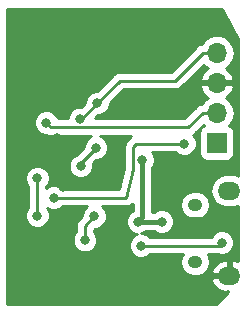
<source format=gbl>
G04 #@! TF.GenerationSoftware,KiCad,Pcbnew,5.0.2+dfsg1-1*
G04 #@! TF.CreationDate,2019-03-31T19:45:05+02:00*
G04 #@! TF.ProjectId,gj-adapter,676a2d61-6461-4707-9465-722e6b696361,rev?*
G04 #@! TF.SameCoordinates,Original*
G04 #@! TF.FileFunction,Copper,L2,Bot*
G04 #@! TF.FilePolarity,Positive*
%FSLAX46Y46*%
G04 Gerber Fmt 4.6, Leading zero omitted, Abs format (unit mm)*
G04 Created by KiCad (PCBNEW 5.0.2+dfsg1-1) date dom 31 mar 2019 19:45:05 CEST*
%MOMM*%
%LPD*%
G01*
G04 APERTURE LIST*
G04 #@! TA.AperFunction,ComponentPad*
%ADD10O,1.250000X1.050000*%
G04 #@! TD*
G04 #@! TA.AperFunction,ComponentPad*
%ADD11O,1.900000X1.524000*%
G04 #@! TD*
G04 #@! TA.AperFunction,ComponentPad*
%ADD12R,1.700000X1.700000*%
G04 #@! TD*
G04 #@! TA.AperFunction,ComponentPad*
%ADD13O,1.700000X1.700000*%
G04 #@! TD*
G04 #@! TA.AperFunction,ViaPad*
%ADD14C,0.800000*%
G04 #@! TD*
G04 #@! TA.AperFunction,Conductor*
%ADD15C,0.250000*%
G04 #@! TD*
G04 #@! TA.AperFunction,Conductor*
%ADD16C,0.400000*%
G04 #@! TD*
G04 #@! TA.AperFunction,Conductor*
%ADD17C,0.254000*%
G04 #@! TD*
G04 APERTURE END LIST*
D10*
G04 #@! TO.P,J3,8*
G04 #@! TO.N,N/C*
X133879000Y-81261000D03*
G04 #@! TO.P,J3,7*
X133879000Y-86111000D03*
D11*
G04 #@! TO.P,J3,9*
X136779000Y-80086000D03*
G04 #@! TO.P,J3,6*
G04 #@! TO.N,GND*
X136779000Y-87286000D03*
G04 #@! TD*
D12*
G04 #@! TO.P,J2,1*
G04 #@! TO.N,TX*
X135712200Y-76022200D03*
D13*
G04 #@! TO.P,J2,2*
G04 #@! TO.N,RX*
X135712200Y-73482200D03*
G04 #@! TO.P,J2,3*
G04 #@! TO.N,GND*
X135712200Y-70942200D03*
G04 #@! TO.P,J2,4*
G04 #@! TO.N,Mode*
X135712200Y-68402200D03*
G04 #@! TD*
D14*
G04 #@! TO.N,GND*
X122174000Y-75565000D03*
X122682000Y-79756000D03*
X118491000Y-80518000D03*
G04 #@! TO.N,TX*
X132969000Y-76073000D03*
X121920000Y-80645000D03*
G04 #@! TO.N,RX*
X121285000Y-74295000D03*
G04 #@! TO.N,Mode*
X125603000Y-72644000D03*
X124139847Y-73980153D03*
X124203347Y-77980653D03*
X125476000Y-76428000D03*
X124533547Y-84254453D03*
X125349000Y-82244600D03*
G04 #@! TO.N,VCC*
X131064000Y-82677000D03*
X129032000Y-82677000D03*
X129413000Y-77470000D03*
G04 #@! TO.N,ID-device*
X120523000Y-78994000D03*
X120523000Y-82169000D03*
G04 #@! TO.N,ID-PC*
X129286000Y-84709000D03*
X136144000Y-84455000D03*
G04 #@! TD*
D15*
G04 #@! TO.N,TX*
X128905000Y-76073000D02*
X132969000Y-76073000D01*
X128651000Y-76327000D02*
X128905000Y-76073000D01*
X121920000Y-80645000D02*
X128016000Y-80645000D01*
X128651000Y-78232000D02*
X128651000Y-76327000D01*
X128016000Y-80645000D02*
X128651000Y-78232000D01*
G04 #@! TO.N,RX*
X121695154Y-74705154D02*
X121285000Y-74295000D01*
X134510119Y-73482200D02*
X133287165Y-74705154D01*
X133287165Y-74705154D02*
X121695154Y-74705154D01*
X135712200Y-73482200D02*
X134510119Y-73482200D01*
G04 #@! TO.N,Mode*
X134510119Y-68402200D02*
X132173319Y-70739000D01*
X135712200Y-68402200D02*
X134510119Y-68402200D01*
X132173319Y-70739000D02*
X127508000Y-70739000D01*
X127508000Y-70739000D02*
X125603000Y-72644000D01*
X124266847Y-73980153D02*
X125603000Y-72644000D01*
X124139847Y-73980153D02*
X124266847Y-73980153D01*
X124203347Y-77980653D02*
X124203347Y-77700653D01*
X124203347Y-77700653D02*
X125476000Y-76428000D01*
X124533547Y-84254453D02*
X124533547Y-83060053D01*
X124533547Y-83060053D02*
X125349000Y-82244600D01*
D16*
G04 #@! TO.N,VCC*
X131064000Y-82677000D02*
X129032000Y-82677000D01*
X129413000Y-82296000D02*
X129032000Y-82677000D01*
X129413000Y-77470000D02*
X129413000Y-82296000D01*
D15*
G04 #@! TO.N,ID-device*
X120523000Y-78994000D02*
X120523000Y-82169000D01*
G04 #@! TO.N,ID-PC*
X129286000Y-84709000D02*
X135890000Y-84709000D01*
X135890000Y-84709000D02*
X136144000Y-84455000D01*
G04 #@! TD*
D17*
G04 #@! TO.N,GND*
G36*
X137542200Y-67184941D02*
X137542201Y-78790181D01*
X137512082Y-78770056D01*
X137104588Y-78689000D01*
X136453412Y-78689000D01*
X136045918Y-78770056D01*
X135583820Y-79078820D01*
X135275056Y-79540918D01*
X135166632Y-80086000D01*
X135275056Y-80631082D01*
X135583820Y-81093180D01*
X136045918Y-81401944D01*
X136453412Y-81483000D01*
X137104588Y-81483000D01*
X137512082Y-81401944D01*
X137542201Y-81381819D01*
X137542201Y-86027279D01*
X137125723Y-85893926D01*
X136906000Y-86044985D01*
X136906000Y-87159000D01*
X136926000Y-87159000D01*
X136926000Y-87413000D01*
X136906000Y-87413000D01*
X136906000Y-87433000D01*
X136652000Y-87433000D01*
X136652000Y-87413000D01*
X135359280Y-87413000D01*
X135236780Y-87629070D01*
X135244151Y-87672083D01*
X135494421Y-88158111D01*
X135911635Y-88511368D01*
X136432277Y-88678074D01*
X136651998Y-88527016D01*
X136651998Y-88657911D01*
X135646710Y-89663200D01*
X117981800Y-89663200D01*
X117981800Y-78788126D01*
X119488000Y-78788126D01*
X119488000Y-79199874D01*
X119645569Y-79580280D01*
X119763000Y-79697711D01*
X119763001Y-81465288D01*
X119645569Y-81582720D01*
X119488000Y-81963126D01*
X119488000Y-82374874D01*
X119645569Y-82755280D01*
X119936720Y-83046431D01*
X120317126Y-83204000D01*
X120728874Y-83204000D01*
X121109280Y-83046431D01*
X121400431Y-82755280D01*
X121558000Y-82374874D01*
X121558000Y-81963126D01*
X121400431Y-81582720D01*
X121344683Y-81526972D01*
X121714126Y-81680000D01*
X122125874Y-81680000D01*
X122506280Y-81522431D01*
X122623711Y-81405000D01*
X124724889Y-81405000D01*
X124471569Y-81658320D01*
X124314000Y-82038726D01*
X124314000Y-82204799D01*
X124049075Y-82469724D01*
X123985619Y-82512124D01*
X123817644Y-82763516D01*
X123781766Y-82943889D01*
X123758659Y-83060053D01*
X123773548Y-83134904D01*
X123773548Y-83550741D01*
X123656116Y-83668173D01*
X123498547Y-84048579D01*
X123498547Y-84460327D01*
X123656116Y-84840733D01*
X123947267Y-85131884D01*
X124327673Y-85289453D01*
X124739421Y-85289453D01*
X125119827Y-85131884D01*
X125410978Y-84840733D01*
X125568547Y-84460327D01*
X125568547Y-84048579D01*
X125410978Y-83668173D01*
X125293547Y-83550742D01*
X125293547Y-83374854D01*
X125388801Y-83279600D01*
X125554874Y-83279600D01*
X125935280Y-83122031D01*
X126226431Y-82830880D01*
X126384000Y-82450474D01*
X126384000Y-82038726D01*
X126226431Y-81658320D01*
X125973111Y-81405000D01*
X127992833Y-81405000D01*
X128120580Y-81412799D01*
X128214795Y-81380346D01*
X128312537Y-81360904D01*
X128356481Y-81331542D01*
X128406443Y-81314332D01*
X128481066Y-81248296D01*
X128563929Y-81192929D01*
X128578001Y-81171869D01*
X128578001Y-81744777D01*
X128445720Y-81799569D01*
X128154569Y-82090720D01*
X127997000Y-82471126D01*
X127997000Y-82882874D01*
X128154569Y-83263280D01*
X128445720Y-83554431D01*
X128826126Y-83712000D01*
X128988386Y-83712000D01*
X128699720Y-83831569D01*
X128408569Y-84122720D01*
X128251000Y-84503126D01*
X128251000Y-84914874D01*
X128408569Y-85295280D01*
X128699720Y-85586431D01*
X129080126Y-85744000D01*
X129491874Y-85744000D01*
X129872280Y-85586431D01*
X129989711Y-85469000D01*
X132812852Y-85469000D01*
X132686305Y-85658391D01*
X132596275Y-86111000D01*
X132686305Y-86563609D01*
X132942687Y-86947313D01*
X133326391Y-87203695D01*
X133664754Y-87271000D01*
X134093246Y-87271000D01*
X134431609Y-87203695D01*
X134815313Y-86947313D01*
X134818241Y-86942930D01*
X135236780Y-86942930D01*
X135359280Y-87159000D01*
X136652000Y-87159000D01*
X136652000Y-86044985D01*
X136432277Y-85893926D01*
X135911635Y-86060632D01*
X135494421Y-86413889D01*
X135244151Y-86899917D01*
X135236780Y-86942930D01*
X134818241Y-86942930D01*
X135071695Y-86563609D01*
X135161725Y-86111000D01*
X135071695Y-85658391D01*
X134945148Y-85469000D01*
X135815153Y-85469000D01*
X135890000Y-85483888D01*
X135912544Y-85479404D01*
X135938126Y-85490000D01*
X136349874Y-85490000D01*
X136730280Y-85332431D01*
X137021431Y-85041280D01*
X137179000Y-84660874D01*
X137179000Y-84249126D01*
X137021431Y-83868720D01*
X136730280Y-83577569D01*
X136349874Y-83420000D01*
X135938126Y-83420000D01*
X135557720Y-83577569D01*
X135266569Y-83868720D01*
X135233316Y-83949000D01*
X129989711Y-83949000D01*
X129872280Y-83831569D01*
X129491874Y-83674000D01*
X129329614Y-83674000D01*
X129618280Y-83554431D01*
X129660711Y-83512000D01*
X130435289Y-83512000D01*
X130477720Y-83554431D01*
X130858126Y-83712000D01*
X131269874Y-83712000D01*
X131650280Y-83554431D01*
X131941431Y-83263280D01*
X132099000Y-82882874D01*
X132099000Y-82471126D01*
X131941431Y-82090720D01*
X131650280Y-81799569D01*
X131269874Y-81642000D01*
X130858126Y-81642000D01*
X130477720Y-81799569D01*
X130435289Y-81842000D01*
X130248000Y-81842000D01*
X130248000Y-81261000D01*
X132596275Y-81261000D01*
X132686305Y-81713609D01*
X132942687Y-82097313D01*
X133326391Y-82353695D01*
X133664754Y-82421000D01*
X134093246Y-82421000D01*
X134431609Y-82353695D01*
X134815313Y-82097313D01*
X135071695Y-81713609D01*
X135161725Y-81261000D01*
X135071695Y-80808391D01*
X134815313Y-80424687D01*
X134431609Y-80168305D01*
X134093246Y-80101000D01*
X133664754Y-80101000D01*
X133326391Y-80168305D01*
X132942687Y-80424687D01*
X132686305Y-80808391D01*
X132596275Y-81261000D01*
X130248000Y-81261000D01*
X130248000Y-78098711D01*
X130290431Y-78056280D01*
X130448000Y-77675874D01*
X130448000Y-77264126D01*
X130290431Y-76883720D01*
X130239711Y-76833000D01*
X132265289Y-76833000D01*
X132382720Y-76950431D01*
X132763126Y-77108000D01*
X133174874Y-77108000D01*
X133555280Y-76950431D01*
X133846431Y-76659280D01*
X134004000Y-76278874D01*
X134004000Y-75867126D01*
X133846431Y-75486720D01*
X133701835Y-75342124D01*
X133835094Y-75253083D01*
X133877496Y-75189624D01*
X134590594Y-74476527D01*
X134641575Y-74552825D01*
X134659819Y-74565016D01*
X134614435Y-74574043D01*
X134404391Y-74714391D01*
X134264043Y-74924435D01*
X134214760Y-75172200D01*
X134214760Y-76872200D01*
X134264043Y-77119965D01*
X134404391Y-77330009D01*
X134614435Y-77470357D01*
X134862200Y-77519640D01*
X136562200Y-77519640D01*
X136809965Y-77470357D01*
X137020009Y-77330009D01*
X137160357Y-77119965D01*
X137209640Y-76872200D01*
X137209640Y-75172200D01*
X137160357Y-74924435D01*
X137020009Y-74714391D01*
X136809965Y-74574043D01*
X136764581Y-74565016D01*
X136782825Y-74552825D01*
X137111039Y-74061618D01*
X137226292Y-73482200D01*
X137111039Y-72902782D01*
X136782825Y-72411575D01*
X136463722Y-72198357D01*
X136593558Y-72137383D01*
X136983845Y-71709124D01*
X137153676Y-71299090D01*
X137032355Y-71069200D01*
X135839200Y-71069200D01*
X135839200Y-71089200D01*
X135585200Y-71089200D01*
X135585200Y-71069200D01*
X134392045Y-71069200D01*
X134270724Y-71299090D01*
X134440555Y-71709124D01*
X134830842Y-72137383D01*
X134960678Y-72198357D01*
X134641575Y-72411575D01*
X134433831Y-72722486D01*
X134213582Y-72766296D01*
X133962190Y-72934271D01*
X133919790Y-72997727D01*
X132972364Y-73945154D01*
X125376647Y-73945154D01*
X125642802Y-73679000D01*
X125808874Y-73679000D01*
X126189280Y-73521431D01*
X126480431Y-73230280D01*
X126638000Y-72849874D01*
X126638000Y-72683801D01*
X127822802Y-71499000D01*
X132098472Y-71499000D01*
X132173319Y-71513888D01*
X132248166Y-71499000D01*
X132248171Y-71499000D01*
X132469856Y-71454904D01*
X132721248Y-71286929D01*
X132763650Y-71223470D01*
X134590594Y-69396527D01*
X134641575Y-69472825D01*
X134960678Y-69686043D01*
X134830842Y-69747017D01*
X134440555Y-70175276D01*
X134270724Y-70585310D01*
X134392045Y-70815200D01*
X135585200Y-70815200D01*
X135585200Y-70795200D01*
X135839200Y-70795200D01*
X135839200Y-70815200D01*
X137032355Y-70815200D01*
X137153676Y-70585310D01*
X136983845Y-70175276D01*
X136593558Y-69747017D01*
X136463722Y-69686043D01*
X136782825Y-69472825D01*
X137111039Y-68981618D01*
X137226292Y-68402200D01*
X137111039Y-67822782D01*
X136782825Y-67331575D01*
X136291618Y-67003361D01*
X135858456Y-66917200D01*
X135565944Y-66917200D01*
X135132782Y-67003361D01*
X134641575Y-67331575D01*
X134433831Y-67642486D01*
X134213582Y-67686296D01*
X133962190Y-67854271D01*
X133919790Y-67917727D01*
X131858518Y-69979000D01*
X127582848Y-69979000D01*
X127508000Y-69964112D01*
X127433152Y-69979000D01*
X127433148Y-69979000D01*
X127259605Y-70013520D01*
X127211462Y-70023096D01*
X127024418Y-70148076D01*
X126960071Y-70191071D01*
X126917671Y-70254527D01*
X125563199Y-71609000D01*
X125397126Y-71609000D01*
X125016720Y-71766569D01*
X124725569Y-72057720D01*
X124568000Y-72438126D01*
X124568000Y-72604198D01*
X124227046Y-72945153D01*
X123933973Y-72945153D01*
X123553567Y-73102722D01*
X123262416Y-73393873D01*
X123104847Y-73774279D01*
X123104847Y-73945154D01*
X122260365Y-73945154D01*
X122162431Y-73708720D01*
X121871280Y-73417569D01*
X121490874Y-73260000D01*
X121079126Y-73260000D01*
X120698720Y-73417569D01*
X120407569Y-73708720D01*
X120250000Y-74089126D01*
X120250000Y-74500874D01*
X120407569Y-74881280D01*
X120698720Y-75172431D01*
X121079126Y-75330000D01*
X121262339Y-75330000D01*
X121398617Y-75421058D01*
X121620302Y-75465154D01*
X121620306Y-75465154D01*
X121695153Y-75480042D01*
X121770000Y-75465154D01*
X125095930Y-75465154D01*
X124889720Y-75550569D01*
X124598569Y-75841720D01*
X124441000Y-76222126D01*
X124441000Y-76388198D01*
X123802987Y-77026211D01*
X123617067Y-77103222D01*
X123325916Y-77394373D01*
X123168347Y-77774779D01*
X123168347Y-78186527D01*
X123325916Y-78566933D01*
X123617067Y-78858084D01*
X123997473Y-79015653D01*
X124409221Y-79015653D01*
X124789627Y-78858084D01*
X125080778Y-78566933D01*
X125238347Y-78186527D01*
X125238347Y-77774779D01*
X125228294Y-77750508D01*
X125515802Y-77463000D01*
X125681874Y-77463000D01*
X126062280Y-77305431D01*
X126353431Y-77014280D01*
X126511000Y-76633874D01*
X126511000Y-76222126D01*
X126353431Y-75841720D01*
X126062280Y-75550569D01*
X125856070Y-75465154D01*
X128446743Y-75465154D01*
X128357071Y-75525071D01*
X128314669Y-75588530D01*
X128166528Y-75736671D01*
X128103072Y-75779071D01*
X128060672Y-75842527D01*
X128060671Y-75842528D01*
X127935097Y-76030463D01*
X127876112Y-76327000D01*
X127891001Y-76401852D01*
X127891000Y-78133675D01*
X127430126Y-79885000D01*
X122623711Y-79885000D01*
X122506280Y-79767569D01*
X122125874Y-79610000D01*
X121714126Y-79610000D01*
X121333720Y-79767569D01*
X121283000Y-79818289D01*
X121283000Y-79697711D01*
X121400431Y-79580280D01*
X121558000Y-79199874D01*
X121558000Y-78788126D01*
X121400431Y-78407720D01*
X121109280Y-78116569D01*
X120728874Y-77959000D01*
X120317126Y-77959000D01*
X119936720Y-78116569D01*
X119645569Y-78407720D01*
X119488000Y-78788126D01*
X117981800Y-78788126D01*
X117981800Y-64641800D01*
X136166403Y-64641800D01*
X137542200Y-67184941D01*
X137542200Y-67184941D01*
G37*
X137542200Y-67184941D02*
X137542201Y-78790181D01*
X137512082Y-78770056D01*
X137104588Y-78689000D01*
X136453412Y-78689000D01*
X136045918Y-78770056D01*
X135583820Y-79078820D01*
X135275056Y-79540918D01*
X135166632Y-80086000D01*
X135275056Y-80631082D01*
X135583820Y-81093180D01*
X136045918Y-81401944D01*
X136453412Y-81483000D01*
X137104588Y-81483000D01*
X137512082Y-81401944D01*
X137542201Y-81381819D01*
X137542201Y-86027279D01*
X137125723Y-85893926D01*
X136906000Y-86044985D01*
X136906000Y-87159000D01*
X136926000Y-87159000D01*
X136926000Y-87413000D01*
X136906000Y-87413000D01*
X136906000Y-87433000D01*
X136652000Y-87433000D01*
X136652000Y-87413000D01*
X135359280Y-87413000D01*
X135236780Y-87629070D01*
X135244151Y-87672083D01*
X135494421Y-88158111D01*
X135911635Y-88511368D01*
X136432277Y-88678074D01*
X136651998Y-88527016D01*
X136651998Y-88657911D01*
X135646710Y-89663200D01*
X117981800Y-89663200D01*
X117981800Y-78788126D01*
X119488000Y-78788126D01*
X119488000Y-79199874D01*
X119645569Y-79580280D01*
X119763000Y-79697711D01*
X119763001Y-81465288D01*
X119645569Y-81582720D01*
X119488000Y-81963126D01*
X119488000Y-82374874D01*
X119645569Y-82755280D01*
X119936720Y-83046431D01*
X120317126Y-83204000D01*
X120728874Y-83204000D01*
X121109280Y-83046431D01*
X121400431Y-82755280D01*
X121558000Y-82374874D01*
X121558000Y-81963126D01*
X121400431Y-81582720D01*
X121344683Y-81526972D01*
X121714126Y-81680000D01*
X122125874Y-81680000D01*
X122506280Y-81522431D01*
X122623711Y-81405000D01*
X124724889Y-81405000D01*
X124471569Y-81658320D01*
X124314000Y-82038726D01*
X124314000Y-82204799D01*
X124049075Y-82469724D01*
X123985619Y-82512124D01*
X123817644Y-82763516D01*
X123781766Y-82943889D01*
X123758659Y-83060053D01*
X123773548Y-83134904D01*
X123773548Y-83550741D01*
X123656116Y-83668173D01*
X123498547Y-84048579D01*
X123498547Y-84460327D01*
X123656116Y-84840733D01*
X123947267Y-85131884D01*
X124327673Y-85289453D01*
X124739421Y-85289453D01*
X125119827Y-85131884D01*
X125410978Y-84840733D01*
X125568547Y-84460327D01*
X125568547Y-84048579D01*
X125410978Y-83668173D01*
X125293547Y-83550742D01*
X125293547Y-83374854D01*
X125388801Y-83279600D01*
X125554874Y-83279600D01*
X125935280Y-83122031D01*
X126226431Y-82830880D01*
X126384000Y-82450474D01*
X126384000Y-82038726D01*
X126226431Y-81658320D01*
X125973111Y-81405000D01*
X127992833Y-81405000D01*
X128120580Y-81412799D01*
X128214795Y-81380346D01*
X128312537Y-81360904D01*
X128356481Y-81331542D01*
X128406443Y-81314332D01*
X128481066Y-81248296D01*
X128563929Y-81192929D01*
X128578001Y-81171869D01*
X128578001Y-81744777D01*
X128445720Y-81799569D01*
X128154569Y-82090720D01*
X127997000Y-82471126D01*
X127997000Y-82882874D01*
X128154569Y-83263280D01*
X128445720Y-83554431D01*
X128826126Y-83712000D01*
X128988386Y-83712000D01*
X128699720Y-83831569D01*
X128408569Y-84122720D01*
X128251000Y-84503126D01*
X128251000Y-84914874D01*
X128408569Y-85295280D01*
X128699720Y-85586431D01*
X129080126Y-85744000D01*
X129491874Y-85744000D01*
X129872280Y-85586431D01*
X129989711Y-85469000D01*
X132812852Y-85469000D01*
X132686305Y-85658391D01*
X132596275Y-86111000D01*
X132686305Y-86563609D01*
X132942687Y-86947313D01*
X133326391Y-87203695D01*
X133664754Y-87271000D01*
X134093246Y-87271000D01*
X134431609Y-87203695D01*
X134815313Y-86947313D01*
X134818241Y-86942930D01*
X135236780Y-86942930D01*
X135359280Y-87159000D01*
X136652000Y-87159000D01*
X136652000Y-86044985D01*
X136432277Y-85893926D01*
X135911635Y-86060632D01*
X135494421Y-86413889D01*
X135244151Y-86899917D01*
X135236780Y-86942930D01*
X134818241Y-86942930D01*
X135071695Y-86563609D01*
X135161725Y-86111000D01*
X135071695Y-85658391D01*
X134945148Y-85469000D01*
X135815153Y-85469000D01*
X135890000Y-85483888D01*
X135912544Y-85479404D01*
X135938126Y-85490000D01*
X136349874Y-85490000D01*
X136730280Y-85332431D01*
X137021431Y-85041280D01*
X137179000Y-84660874D01*
X137179000Y-84249126D01*
X137021431Y-83868720D01*
X136730280Y-83577569D01*
X136349874Y-83420000D01*
X135938126Y-83420000D01*
X135557720Y-83577569D01*
X135266569Y-83868720D01*
X135233316Y-83949000D01*
X129989711Y-83949000D01*
X129872280Y-83831569D01*
X129491874Y-83674000D01*
X129329614Y-83674000D01*
X129618280Y-83554431D01*
X129660711Y-83512000D01*
X130435289Y-83512000D01*
X130477720Y-83554431D01*
X130858126Y-83712000D01*
X131269874Y-83712000D01*
X131650280Y-83554431D01*
X131941431Y-83263280D01*
X132099000Y-82882874D01*
X132099000Y-82471126D01*
X131941431Y-82090720D01*
X131650280Y-81799569D01*
X131269874Y-81642000D01*
X130858126Y-81642000D01*
X130477720Y-81799569D01*
X130435289Y-81842000D01*
X130248000Y-81842000D01*
X130248000Y-81261000D01*
X132596275Y-81261000D01*
X132686305Y-81713609D01*
X132942687Y-82097313D01*
X133326391Y-82353695D01*
X133664754Y-82421000D01*
X134093246Y-82421000D01*
X134431609Y-82353695D01*
X134815313Y-82097313D01*
X135071695Y-81713609D01*
X135161725Y-81261000D01*
X135071695Y-80808391D01*
X134815313Y-80424687D01*
X134431609Y-80168305D01*
X134093246Y-80101000D01*
X133664754Y-80101000D01*
X133326391Y-80168305D01*
X132942687Y-80424687D01*
X132686305Y-80808391D01*
X132596275Y-81261000D01*
X130248000Y-81261000D01*
X130248000Y-78098711D01*
X130290431Y-78056280D01*
X130448000Y-77675874D01*
X130448000Y-77264126D01*
X130290431Y-76883720D01*
X130239711Y-76833000D01*
X132265289Y-76833000D01*
X132382720Y-76950431D01*
X132763126Y-77108000D01*
X133174874Y-77108000D01*
X133555280Y-76950431D01*
X133846431Y-76659280D01*
X134004000Y-76278874D01*
X134004000Y-75867126D01*
X133846431Y-75486720D01*
X133701835Y-75342124D01*
X133835094Y-75253083D01*
X133877496Y-75189624D01*
X134590594Y-74476527D01*
X134641575Y-74552825D01*
X134659819Y-74565016D01*
X134614435Y-74574043D01*
X134404391Y-74714391D01*
X134264043Y-74924435D01*
X134214760Y-75172200D01*
X134214760Y-76872200D01*
X134264043Y-77119965D01*
X134404391Y-77330009D01*
X134614435Y-77470357D01*
X134862200Y-77519640D01*
X136562200Y-77519640D01*
X136809965Y-77470357D01*
X137020009Y-77330009D01*
X137160357Y-77119965D01*
X137209640Y-76872200D01*
X137209640Y-75172200D01*
X137160357Y-74924435D01*
X137020009Y-74714391D01*
X136809965Y-74574043D01*
X136764581Y-74565016D01*
X136782825Y-74552825D01*
X137111039Y-74061618D01*
X137226292Y-73482200D01*
X137111039Y-72902782D01*
X136782825Y-72411575D01*
X136463722Y-72198357D01*
X136593558Y-72137383D01*
X136983845Y-71709124D01*
X137153676Y-71299090D01*
X137032355Y-71069200D01*
X135839200Y-71069200D01*
X135839200Y-71089200D01*
X135585200Y-71089200D01*
X135585200Y-71069200D01*
X134392045Y-71069200D01*
X134270724Y-71299090D01*
X134440555Y-71709124D01*
X134830842Y-72137383D01*
X134960678Y-72198357D01*
X134641575Y-72411575D01*
X134433831Y-72722486D01*
X134213582Y-72766296D01*
X133962190Y-72934271D01*
X133919790Y-72997727D01*
X132972364Y-73945154D01*
X125376647Y-73945154D01*
X125642802Y-73679000D01*
X125808874Y-73679000D01*
X126189280Y-73521431D01*
X126480431Y-73230280D01*
X126638000Y-72849874D01*
X126638000Y-72683801D01*
X127822802Y-71499000D01*
X132098472Y-71499000D01*
X132173319Y-71513888D01*
X132248166Y-71499000D01*
X132248171Y-71499000D01*
X132469856Y-71454904D01*
X132721248Y-71286929D01*
X132763650Y-71223470D01*
X134590594Y-69396527D01*
X134641575Y-69472825D01*
X134960678Y-69686043D01*
X134830842Y-69747017D01*
X134440555Y-70175276D01*
X134270724Y-70585310D01*
X134392045Y-70815200D01*
X135585200Y-70815200D01*
X135585200Y-70795200D01*
X135839200Y-70795200D01*
X135839200Y-70815200D01*
X137032355Y-70815200D01*
X137153676Y-70585310D01*
X136983845Y-70175276D01*
X136593558Y-69747017D01*
X136463722Y-69686043D01*
X136782825Y-69472825D01*
X137111039Y-68981618D01*
X137226292Y-68402200D01*
X137111039Y-67822782D01*
X136782825Y-67331575D01*
X136291618Y-67003361D01*
X135858456Y-66917200D01*
X135565944Y-66917200D01*
X135132782Y-67003361D01*
X134641575Y-67331575D01*
X134433831Y-67642486D01*
X134213582Y-67686296D01*
X133962190Y-67854271D01*
X133919790Y-67917727D01*
X131858518Y-69979000D01*
X127582848Y-69979000D01*
X127508000Y-69964112D01*
X127433152Y-69979000D01*
X127433148Y-69979000D01*
X127259605Y-70013520D01*
X127211462Y-70023096D01*
X127024418Y-70148076D01*
X126960071Y-70191071D01*
X126917671Y-70254527D01*
X125563199Y-71609000D01*
X125397126Y-71609000D01*
X125016720Y-71766569D01*
X124725569Y-72057720D01*
X124568000Y-72438126D01*
X124568000Y-72604198D01*
X124227046Y-72945153D01*
X123933973Y-72945153D01*
X123553567Y-73102722D01*
X123262416Y-73393873D01*
X123104847Y-73774279D01*
X123104847Y-73945154D01*
X122260365Y-73945154D01*
X122162431Y-73708720D01*
X121871280Y-73417569D01*
X121490874Y-73260000D01*
X121079126Y-73260000D01*
X120698720Y-73417569D01*
X120407569Y-73708720D01*
X120250000Y-74089126D01*
X120250000Y-74500874D01*
X120407569Y-74881280D01*
X120698720Y-75172431D01*
X121079126Y-75330000D01*
X121262339Y-75330000D01*
X121398617Y-75421058D01*
X121620302Y-75465154D01*
X121620306Y-75465154D01*
X121695153Y-75480042D01*
X121770000Y-75465154D01*
X125095930Y-75465154D01*
X124889720Y-75550569D01*
X124598569Y-75841720D01*
X124441000Y-76222126D01*
X124441000Y-76388198D01*
X123802987Y-77026211D01*
X123617067Y-77103222D01*
X123325916Y-77394373D01*
X123168347Y-77774779D01*
X123168347Y-78186527D01*
X123325916Y-78566933D01*
X123617067Y-78858084D01*
X123997473Y-79015653D01*
X124409221Y-79015653D01*
X124789627Y-78858084D01*
X125080778Y-78566933D01*
X125238347Y-78186527D01*
X125238347Y-77774779D01*
X125228294Y-77750508D01*
X125515802Y-77463000D01*
X125681874Y-77463000D01*
X126062280Y-77305431D01*
X126353431Y-77014280D01*
X126511000Y-76633874D01*
X126511000Y-76222126D01*
X126353431Y-75841720D01*
X126062280Y-75550569D01*
X125856070Y-75465154D01*
X128446743Y-75465154D01*
X128357071Y-75525071D01*
X128314669Y-75588530D01*
X128166528Y-75736671D01*
X128103072Y-75779071D01*
X128060672Y-75842527D01*
X128060671Y-75842528D01*
X127935097Y-76030463D01*
X127876112Y-76327000D01*
X127891001Y-76401852D01*
X127891000Y-78133675D01*
X127430126Y-79885000D01*
X122623711Y-79885000D01*
X122506280Y-79767569D01*
X122125874Y-79610000D01*
X121714126Y-79610000D01*
X121333720Y-79767569D01*
X121283000Y-79818289D01*
X121283000Y-79697711D01*
X121400431Y-79580280D01*
X121558000Y-79199874D01*
X121558000Y-78788126D01*
X121400431Y-78407720D01*
X121109280Y-78116569D01*
X120728874Y-77959000D01*
X120317126Y-77959000D01*
X119936720Y-78116569D01*
X119645569Y-78407720D01*
X119488000Y-78788126D01*
X117981800Y-78788126D01*
X117981800Y-64641800D01*
X136166403Y-64641800D01*
X137542200Y-67184941D01*
G04 #@! TD*
M02*

</source>
